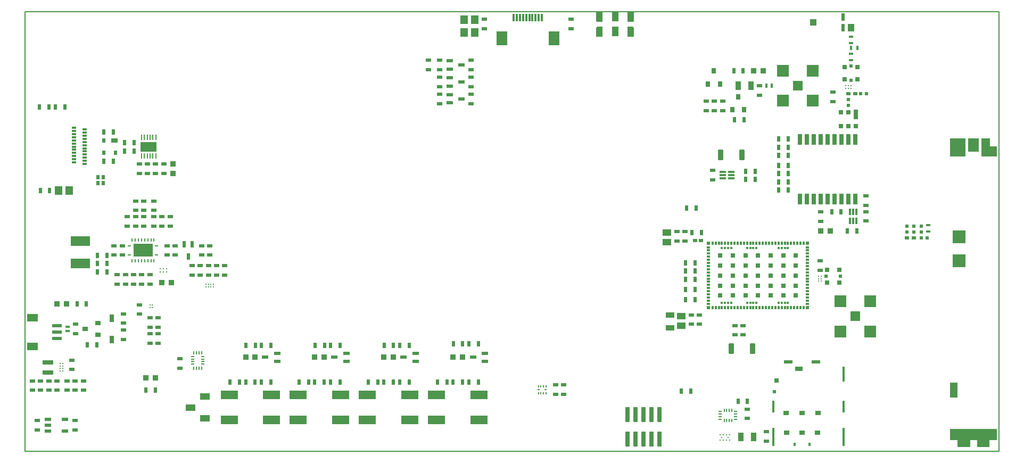
<source format=gtp>
G04*
G04 #@! TF.GenerationSoftware,Altium Limited,Altium Designer,22.0.2 (36)*
G04*
G04 Layer_Color=8421504*
%FSLAX44Y44*%
%MOMM*%
G71*
G04*
G04 #@! TF.SameCoordinates,AD71EA70-9FC7-4FF3-9A77-F54E5D2193E9*
G04*
G04*
G04 #@! TF.FilePolarity,Positive*
G04*
G01*
G75*
%ADD16C,0.1500*%
%ADD20R,1.0000X1.2500*%
%ADD21R,0.5000X1.2500*%
%ADD22R,1.0000X1.0000*%
%ADD23R,0.9000X0.6000*%
%ADD24R,0.9500X0.9500*%
%ADD25R,0.5000X0.5000*%
%ADD26R,1.0000X1.6000*%
%ADD27R,0.6000X0.9000*%
%ADD28R,2.7500X1.4000*%
%ADD29R,0.6200X0.6000*%
%ADD30R,0.4100X0.6600*%
%ADD31R,0.6600X0.4100*%
%ADD32R,0.6500X0.8000*%
%ADD33R,0.6500X1.5500*%
%ADD34R,0.5000X0.5800*%
%ADD35R,0.7500X0.8000*%
%ADD36R,0.2500X0.2500*%
%ADD37R,0.7000X0.6000*%
%ADD38R,0.6000X0.6200*%
%ADD39R,0.7000X1.8000*%
%ADD40R,0.8000X1.8000*%
%ADD41R,0.3000X1.0500*%
%ADD42R,0.4500X2.9000*%
%ADD43R,0.4500X1.9000*%
%ADD44R,0.4500X2.4000*%
%ADD45R,1.2000X0.6500*%
%ADD46R,1.4000X0.5000*%
%ADD47R,0.7500X0.7000*%
%ADD48R,0.6000X0.6000*%
%ADD49R,0.3000X0.6000*%
%ADD50R,0.9000X0.7000*%
%ADD51O,0.1800X0.6100*%
%ADD52O,0.6100X0.1800*%
%ADD53R,2.0000X2.0000*%
G04:AMPARAMS|DCode=54|XSize=0.8mm|YSize=1.7mm|CornerRadius=0.1mm|HoleSize=0mm|Usage=FLASHONLY|Rotation=0.000|XOffset=0mm|YOffset=0mm|HoleType=Round|Shape=RoundedRectangle|*
%AMROUNDEDRECTD54*
21,1,0.8000,1.5000,0,0,0.0*
21,1,0.6000,1.7000,0,0,0.0*
1,1,0.2000,0.3000,-0.7500*
1,1,0.2000,-0.3000,-0.7500*
1,1,0.2000,-0.3000,0.7500*
1,1,0.2000,0.3000,0.7500*
%
%ADD54ROUNDEDRECTD54*%
%ADD55R,0.3500X0.6500*%
%ADD56R,0.8000X0.9000*%
%ADD57R,0.9500X1.4000*%
%ADD58R,1.5700X1.5700*%
%ADD59R,1.9600X1.9600*%
%ADD60R,0.8000X0.7500*%
%ADD61R,0.5800X0.5000*%
%ADD62R,0.3000X0.5400*%
%ADD63R,1.4000X0.9500*%
%ADD64R,1.4000X1.1000*%
%ADD65R,0.8000X0.8000*%
%ADD66R,0.5400X0.5400*%
%ADD67R,0.5400X0.3000*%
%ADD68R,0.3000X0.3000*%
%ADD69R,0.6500X0.5000*%
%ADD70R,0.2500X0.2500*%
%ADD71C,0.2500*%
%ADD72R,0.7600X2.4000*%
%ADD73R,0.2000X0.4000*%
%ADD74R,0.4000X0.2000*%
%ADD75R,1.0500X0.3000*%
%ADD76R,1.6000X1.0000*%
%ADD77R,1.8000X2.2000*%
%ADD78R,0.3000X1.3000*%
%ADD79R,1.2000X1.4500*%
%ADD80R,1.0000X0.5500*%
%ADD81R,0.7000X0.3000*%
%ADD82R,0.5000X0.6500*%
%ADD83C,0.2000*%
%ADD84R,1.0000X0.6000*%
%ADD85C,0.2980*%
%ADD86R,3.1000X1.5000*%
%ADD87R,0.6000X0.2400*%
%ADD88R,0.2400X0.6000*%
%ADD89R,3.0500X2.0500*%
%ADD90R,0.6500X0.3250*%
%ADD91R,1.0000X0.7000*%
%ADD92R,0.6000X0.7000*%
%ADD93R,0.9000X0.8000*%
%ADD94R,0.5500X1.0000*%
%ADD95R,2.5500X1.6500*%
%ADD96R,0.2500X0.8500*%
%ADD97R,1.8000X1.2000*%
%ADD98R,1.5500X0.6000*%
%ADD99R,0.7500X1.2000*%
%ADD100R,0.9500X0.9500*%
%ADD101C,0.2260*%
%ADD102R,1.8000X0.8000*%
G36*
X969000Y685616D02*
X967384Y684000D01*
X959000Y684000D01*
Y700000D01*
X969000D01*
X969000Y685616D01*
D02*
G37*
G36*
X919000Y684000D02*
X910616Y684000D01*
X909000Y685616D01*
X909000Y700000D01*
X919000D01*
Y684000D01*
D02*
G37*
G36*
X967384Y676000D02*
X969000Y674384D01*
X969000Y660000D01*
X959000D01*
Y676000D01*
X967384Y676000D01*
D02*
G37*
G36*
X919000Y660000D02*
X909000D01*
X909000Y674384D01*
X910616Y676000D01*
X919000Y676000D01*
Y660000D01*
D02*
G37*
G36*
X1517538Y477000D02*
X1500537D01*
Y498000D01*
X1517538D01*
Y477000D01*
D02*
G37*
G36*
X1535537Y485500D02*
X1546372D01*
Y469000D01*
X1521537D01*
Y498000D01*
X1535537D01*
Y485500D01*
D02*
G37*
G36*
X1496537Y469000D02*
X1471537D01*
Y498000D01*
X1496537D01*
Y469000D01*
D02*
G37*
G36*
X1483537Y85500D02*
X1471537D01*
Y109500D01*
X1483537D01*
Y85500D01*
D02*
G37*
G36*
X1546537Y18000D02*
X1534537D01*
Y7000D01*
X1514537D01*
Y18000D01*
X1503537D01*
Y7000D01*
X1483537D01*
Y18000D01*
X1471537D01*
Y36000D01*
X1546537D01*
Y18000D01*
D02*
G37*
D16*
X0Y700000D02*
X1550000D01*
X0Y0D02*
Y700000D01*
X1550000D02*
X1550000Y0D01*
X0D02*
X1550000D01*
D20*
X1314000Y674000D02*
D03*
D21*
X1301500Y691500D02*
D03*
Y674000D02*
D03*
D22*
X1254000Y682750D02*
D03*
D23*
X266000Y280500D02*
D03*
Y295500D02*
D03*
X12000Y112500D02*
D03*
Y97500D02*
D03*
X157000Y219000D02*
D03*
Y204000D02*
D03*
X212000Y172500D02*
D03*
Y187500D02*
D03*
X1285624Y572000D02*
D03*
Y557000D02*
D03*
X1338000Y406500D02*
D03*
Y391500D02*
D03*
Y366600D02*
D03*
Y381600D02*
D03*
X1266000Y366500D02*
D03*
Y381500D02*
D03*
X1084000Y542500D02*
D03*
Y557500D02*
D03*
X1168750Y567000D02*
D03*
Y582000D02*
D03*
X1110000Y557500D02*
D03*
Y542500D02*
D03*
X1097000Y557500D02*
D03*
Y542500D02*
D03*
X869000Y687500D02*
D03*
Y672500D02*
D03*
X1180000Y16500D02*
D03*
Y31500D02*
D03*
X1073000Y202500D02*
D03*
Y217500D02*
D03*
X1060000Y202500D02*
D03*
Y217500D02*
D03*
X1037000Y349900D02*
D03*
Y334900D02*
D03*
X1050000Y349900D02*
D03*
Y334900D02*
D03*
X1129400Y200500D02*
D03*
Y185500D02*
D03*
X1142400D02*
D03*
Y200500D02*
D03*
X1149000Y67500D02*
D03*
Y52500D02*
D03*
X857000Y106000D02*
D03*
Y91000D02*
D03*
X844000Y106000D02*
D03*
Y91000D02*
D03*
X1094000Y432500D02*
D03*
Y447500D02*
D03*
X731000Y687500D02*
D03*
Y672500D02*
D03*
X710000Y595500D02*
D03*
Y580500D02*
D03*
Y568500D02*
D03*
Y553500D02*
D03*
X660000D02*
D03*
Y568500D02*
D03*
Y580500D02*
D03*
Y595500D02*
D03*
X246500Y132500D02*
D03*
Y147500D02*
D03*
X1264800Y303500D02*
D03*
Y288500D02*
D03*
X305000Y295500D02*
D03*
Y280500D02*
D03*
X279000Y295500D02*
D03*
Y280500D02*
D03*
X292000D02*
D03*
Y295500D02*
D03*
X318000D02*
D03*
Y280500D02*
D03*
X212000Y212500D02*
D03*
Y197500D02*
D03*
X199000D02*
D03*
Y212500D02*
D03*
X20000Y34500D02*
D03*
Y49500D02*
D03*
X80000Y34500D02*
D03*
Y49500D02*
D03*
X199250Y266500D02*
D03*
Y281500D02*
D03*
X173000D02*
D03*
Y266500D02*
D03*
X160000Y281500D02*
D03*
Y266500D02*
D03*
X147000D02*
D03*
Y281500D02*
D03*
X186000D02*
D03*
Y266500D02*
D03*
X226000Y327500D02*
D03*
Y312500D02*
D03*
X142000D02*
D03*
Y327500D02*
D03*
X155000Y312500D02*
D03*
Y327500D02*
D03*
X239000Y312500D02*
D03*
Y327500D02*
D03*
X205000Y398500D02*
D03*
Y383500D02*
D03*
X176000Y398500D02*
D03*
Y383500D02*
D03*
X189000Y398500D02*
D03*
Y383500D02*
D03*
X205000Y358500D02*
D03*
Y373500D02*
D03*
X163000Y358500D02*
D03*
Y373500D02*
D03*
X189000Y358500D02*
D03*
Y373500D02*
D03*
X176000Y358500D02*
D03*
Y373500D02*
D03*
X281000Y327500D02*
D03*
Y312500D02*
D03*
X218000Y358500D02*
D03*
Y373500D02*
D03*
X231000D02*
D03*
Y358500D02*
D03*
X710000Y607500D02*
D03*
Y622500D02*
D03*
X642000D02*
D03*
Y607500D02*
D03*
X660000Y622500D02*
D03*
Y607500D02*
D03*
X182000Y233500D02*
D03*
Y218500D02*
D03*
X294000Y312500D02*
D03*
Y327500D02*
D03*
X199000Y187500D02*
D03*
Y172500D02*
D03*
X80000Y97500D02*
D03*
Y112500D02*
D03*
X67000Y97500D02*
D03*
Y112500D02*
D03*
X25000D02*
D03*
Y97500D02*
D03*
X38000Y112500D02*
D03*
Y97500D02*
D03*
X51000Y112500D02*
D03*
Y97500D02*
D03*
X75000Y145500D02*
D03*
Y130500D02*
D03*
X93000Y112500D02*
D03*
Y97500D02*
D03*
X81000Y202500D02*
D03*
Y187500D02*
D03*
X157000Y178500D02*
D03*
Y193500D02*
D03*
X221000Y457500D02*
D03*
Y442500D02*
D03*
X182000D02*
D03*
Y457500D02*
D03*
X208000D02*
D03*
Y442500D02*
D03*
X195000Y457500D02*
D03*
Y442500D02*
D03*
D24*
X681250Y150000D02*
D03*
X696250D02*
D03*
X586250D02*
D03*
X571250D02*
D03*
X476250D02*
D03*
X461250D02*
D03*
X366250D02*
D03*
X351250D02*
D03*
X207500Y117000D02*
D03*
X192500D02*
D03*
X1281000Y351100D02*
D03*
X1266000D02*
D03*
X1159750Y606000D02*
D03*
X1174750D02*
D03*
X218000Y269000D02*
D03*
X233000D02*
D03*
X51376Y234490D02*
D03*
X66376D02*
D03*
D25*
X964000Y692000D02*
D03*
X914000D02*
D03*
X964000Y668000D02*
D03*
X914000D02*
D03*
D26*
X939000Y692000D02*
D03*
Y668000D02*
D03*
D27*
X696250Y110000D02*
D03*
X681250D02*
D03*
X207500Y98000D02*
D03*
X192500D02*
D03*
X1214500Y416000D02*
D03*
X1199500D02*
D03*
X1214500Y429000D02*
D03*
X1199500D02*
D03*
Y442000D02*
D03*
X1214500D02*
D03*
Y455000D02*
D03*
X1199500D02*
D03*
X1214500Y497000D02*
D03*
X1199500D02*
D03*
X1214500Y484000D02*
D03*
X1199500D02*
D03*
X1214500Y471000D02*
D03*
X1199500D02*
D03*
X1323500Y351000D02*
D03*
X1308500D02*
D03*
X1283500Y381000D02*
D03*
X1298500D02*
D03*
X1146500Y433000D02*
D03*
X1161500D02*
D03*
X1146500Y446000D02*
D03*
X1161500D02*
D03*
X1129250Y528000D02*
D03*
X1144250D02*
D03*
X1142750Y606000D02*
D03*
X1127750D02*
D03*
X1067500Y387000D02*
D03*
X1050900Y242000D02*
D03*
X1065900D02*
D03*
X1050900Y258000D02*
D03*
X1065900D02*
D03*
X1050900Y300000D02*
D03*
X1065900D02*
D03*
Y287000D02*
D03*
X1050900D02*
D03*
X1065900Y274000D02*
D03*
X1050900D02*
D03*
X1052500Y387000D02*
D03*
X1061500Y348400D02*
D03*
X1076500D02*
D03*
X1134400Y79528D02*
D03*
X1149400D02*
D03*
X1044500Y96000D02*
D03*
X1059500D02*
D03*
X571500Y169000D02*
D03*
X586500D02*
D03*
X461500D02*
D03*
X476500D02*
D03*
X351500D02*
D03*
X366500D02*
D03*
X24500Y415000D02*
D03*
X39500D02*
D03*
X38500Y548000D02*
D03*
X23500D02*
D03*
X63500D02*
D03*
X48500D02*
D03*
X501250Y110000D02*
D03*
X486250D02*
D03*
X366250D02*
D03*
X351250D02*
D03*
X476250D02*
D03*
X461250D02*
D03*
X436250D02*
D03*
X451250D02*
D03*
X391250D02*
D03*
X376250D02*
D03*
X326250D02*
D03*
X341250D02*
D03*
X611250D02*
D03*
X596250D02*
D03*
X586250D02*
D03*
X571250D02*
D03*
X596500Y169000D02*
D03*
X611500D02*
D03*
X546250Y110000D02*
D03*
X561250D02*
D03*
X486500Y169000D02*
D03*
X501500D02*
D03*
X376500D02*
D03*
X391500D02*
D03*
X158500Y478000D02*
D03*
X173500D02*
D03*
X130500Y312000D02*
D03*
X115500D02*
D03*
X130500Y299000D02*
D03*
X115500D02*
D03*
X130500Y286000D02*
D03*
X115500D02*
D03*
X671250Y110000D02*
D03*
X656250D02*
D03*
X706250D02*
D03*
X721250D02*
D03*
X696500Y171000D02*
D03*
X681500D02*
D03*
X721500D02*
D03*
X706500D02*
D03*
X82876Y234510D02*
D03*
X97876D02*
D03*
X114500Y170000D02*
D03*
X99500D02*
D03*
X173500Y491000D02*
D03*
X158500D02*
D03*
X125500Y508000D02*
D03*
X140500D02*
D03*
X125500Y462000D02*
D03*
X140500D02*
D03*
D28*
X392500Y50000D02*
D03*
Y90000D02*
D03*
X325000Y50000D02*
D03*
Y90000D02*
D03*
X722500Y50000D02*
D03*
Y90000D02*
D03*
X655000Y50000D02*
D03*
Y90000D02*
D03*
X545000D02*
D03*
Y50000D02*
D03*
X612500Y90000D02*
D03*
Y50000D02*
D03*
X502500Y50000D02*
D03*
Y90000D02*
D03*
X435000Y50000D02*
D03*
Y90000D02*
D03*
D29*
X1310000Y550900D02*
D03*
Y560100D02*
D03*
X1426000Y358600D02*
D03*
Y349400D02*
D03*
X1403000D02*
D03*
Y358600D02*
D03*
X1414000Y349400D02*
D03*
Y358600D02*
D03*
D30*
X1324050Y642000D02*
D03*
X1313950D02*
D03*
D31*
X1314000Y649950D02*
D03*
Y660050D02*
D03*
Y633050D02*
D03*
Y622950D02*
D03*
X1437000Y349700D02*
D03*
Y359800D02*
D03*
D32*
X1322000Y517250D02*
D03*
X1310000D02*
D03*
X1298000D02*
D03*
Y539750D02*
D03*
X1310000D02*
D03*
D33*
X1322000Y536000D02*
D03*
D34*
X1314000Y613600D02*
D03*
Y590400D02*
D03*
D35*
X1324250Y611500D02*
D03*
X1303750D02*
D03*
Y592500D02*
D03*
X1324250D02*
D03*
D36*
X1314000Y582000D02*
D03*
X1310000D02*
D03*
X1306000D02*
D03*
Y578000D02*
D03*
X1310000D02*
D03*
X1314000D02*
D03*
D37*
X1321000Y569500D02*
D03*
X1310000D02*
D03*
X1403000Y340000D02*
D03*
X1414000D02*
D03*
D38*
X1338600Y569500D02*
D03*
X1329400D02*
D03*
X1435600Y340000D02*
D03*
X1426400D02*
D03*
D39*
X1233000Y401500D02*
D03*
X1321000D02*
D03*
Y496500D02*
D03*
X1233000D02*
D03*
D40*
X1244000Y401500D02*
D03*
X1255000D02*
D03*
X1266000D02*
D03*
X1277000D02*
D03*
X1288000D02*
D03*
X1299000D02*
D03*
X1310000D02*
D03*
Y496500D02*
D03*
X1299000D02*
D03*
X1288000D02*
D03*
X1277000D02*
D03*
X1266000D02*
D03*
X1255000D02*
D03*
X1244000D02*
D03*
D41*
X1323000Y367000D02*
D03*
X1318000D02*
D03*
X1313000D02*
D03*
Y381000D02*
D03*
X1318000D02*
D03*
X1323000D02*
D03*
D42*
X1302200Y23000D02*
D03*
X1190450D02*
D03*
D43*
X1302200Y71500D02*
D03*
X1190450D02*
D03*
D44*
X1302200Y123000D02*
D03*
D45*
X1230900Y131750D02*
D03*
D46*
X1258400Y142500D02*
D03*
X1214400D02*
D03*
D47*
X1195450Y113000D02*
D03*
D48*
X1192700Y95000D02*
D03*
D49*
X1248600Y11500D02*
D03*
X1224200D02*
D03*
D50*
X1260800Y30000D02*
D03*
X1236400D02*
D03*
X1212000D02*
D03*
X1261800Y61700D02*
D03*
X1236400D02*
D03*
X1211000D02*
D03*
D51*
X1124400Y65778D02*
D03*
X1120400D02*
D03*
X1116400D02*
D03*
X1112400Y65778D02*
D03*
Y49278D02*
D03*
X1116400D02*
D03*
X1120400D02*
D03*
X1124400D02*
D03*
X281000Y132750D02*
D03*
X277000D02*
D03*
X273000D02*
D03*
X269000D02*
D03*
Y157250D02*
D03*
X273000D02*
D03*
X277000D02*
D03*
X281000D02*
D03*
D52*
X1106150Y63528D02*
D03*
Y59528D02*
D03*
Y55528D02*
D03*
Y51528D02*
D03*
X1130650D02*
D03*
Y55528D02*
D03*
Y59528D02*
D03*
Y63528D02*
D03*
X266750Y139000D02*
D03*
Y143000D02*
D03*
Y147000D02*
D03*
Y151000D02*
D03*
X283250D02*
D03*
X283250Y147000D02*
D03*
Y143000D02*
D03*
Y139000D02*
D03*
D53*
X1486140Y303800D02*
D03*
Y341900D02*
D03*
D54*
X1157400Y164000D02*
D03*
X1123400D02*
D03*
X1107000Y472000D02*
D03*
X1141000D02*
D03*
D55*
X1179500Y582000D02*
D03*
X1188000D02*
D03*
D56*
X1125250Y543500D02*
D03*
X1144250D02*
D03*
X1134750Y564500D02*
D03*
X1086750Y584500D02*
D03*
X1105750D02*
D03*
X1096250Y605500D02*
D03*
D57*
X1135150Y582000D02*
D03*
X1155150D02*
D03*
X1159000Y23000D02*
D03*
X1139000D02*
D03*
D58*
X1229750Y582000D02*
D03*
X1321000Y215000D02*
D03*
D59*
X1206000Y605750D02*
D03*
X1253500D02*
D03*
X1206000Y558250D02*
D03*
X1253500D02*
D03*
X1297250Y238750D02*
D03*
X1344750D02*
D03*
X1297250Y191250D02*
D03*
X1344750D02*
D03*
D60*
X1276500Y268750D02*
D03*
Y289250D02*
D03*
X1295500D02*
D03*
Y268750D02*
D03*
D61*
X1274400Y279000D02*
D03*
X1297600D02*
D03*
D62*
X1138900Y331200D02*
D03*
X1098900D02*
D03*
X1093900D02*
D03*
X1143900Y228800D02*
D03*
X1093900D02*
D03*
X1103900Y331200D02*
D03*
X1113900D02*
D03*
X1123900D02*
D03*
X1128900D02*
D03*
X1133900D02*
D03*
X1143900D02*
D03*
X1148900D02*
D03*
X1153900D02*
D03*
X1158900D02*
D03*
X1163900D02*
D03*
X1168900D02*
D03*
X1173900D02*
D03*
X1178900D02*
D03*
X1183900D02*
D03*
X1188900D02*
D03*
X1193900D02*
D03*
X1198900D02*
D03*
X1203900D02*
D03*
X1208900D02*
D03*
X1213900D02*
D03*
X1218900D02*
D03*
X1223900D02*
D03*
X1228900D02*
D03*
X1233900D02*
D03*
X1238900D02*
D03*
X1233900Y228800D02*
D03*
X1228900D02*
D03*
X1223900D02*
D03*
X1218900D02*
D03*
X1213900D02*
D03*
X1208900D02*
D03*
X1203900D02*
D03*
X1198900D02*
D03*
X1193900D02*
D03*
X1188900D02*
D03*
X1183900D02*
D03*
X1178900D02*
D03*
X1173900D02*
D03*
X1168900D02*
D03*
X1163900D02*
D03*
X1158900D02*
D03*
X1153900D02*
D03*
X1148900D02*
D03*
X1138900D02*
D03*
X1133900D02*
D03*
X1128900D02*
D03*
X1123900D02*
D03*
X1118900D02*
D03*
X1113900D02*
D03*
X1108900D02*
D03*
X1103900D02*
D03*
X1098900D02*
D03*
X1238900D02*
D03*
X1108900Y331200D02*
D03*
X1118900D02*
D03*
D63*
X1026000Y217000D02*
D03*
Y197000D02*
D03*
D64*
X1044400Y215500D02*
D03*
Y200500D02*
D03*
X1021000Y332900D02*
D03*
Y347900D02*
D03*
D65*
X1106400Y312000D02*
D03*
Y296000D02*
D03*
Y264000D02*
D03*
Y280000D02*
D03*
Y248000D02*
D03*
X1126400D02*
D03*
Y280000D02*
D03*
Y264000D02*
D03*
Y296000D02*
D03*
Y312000D02*
D03*
X1146400D02*
D03*
Y296000D02*
D03*
Y264000D02*
D03*
Y280000D02*
D03*
Y248000D02*
D03*
X1186400Y312000D02*
D03*
Y296000D02*
D03*
Y264000D02*
D03*
Y280000D02*
D03*
Y248000D02*
D03*
X1166400Y312000D02*
D03*
Y296000D02*
D03*
Y264000D02*
D03*
Y280000D02*
D03*
Y248000D02*
D03*
X1206400Y312000D02*
D03*
Y296000D02*
D03*
Y264000D02*
D03*
Y280000D02*
D03*
Y248000D02*
D03*
X1226400Y296000D02*
D03*
Y264000D02*
D03*
Y280000D02*
D03*
Y248000D02*
D03*
Y312000D02*
D03*
D66*
X1087700Y331200D02*
D03*
X1245100D02*
D03*
X1087700Y228800D02*
D03*
X1245100D02*
D03*
D67*
Y325000D02*
D03*
Y320000D02*
D03*
Y315000D02*
D03*
Y310000D02*
D03*
Y305000D02*
D03*
Y300000D02*
D03*
Y295000D02*
D03*
Y290000D02*
D03*
Y285000D02*
D03*
Y280000D02*
D03*
Y275000D02*
D03*
Y265000D02*
D03*
Y260000D02*
D03*
Y255000D02*
D03*
Y250000D02*
D03*
Y245000D02*
D03*
Y240000D02*
D03*
Y235000D02*
D03*
X1087700Y240000D02*
D03*
Y245000D02*
D03*
Y250000D02*
D03*
Y255000D02*
D03*
Y265000D02*
D03*
Y270000D02*
D03*
Y275000D02*
D03*
Y280000D02*
D03*
Y285000D02*
D03*
Y290000D02*
D03*
Y295000D02*
D03*
Y300000D02*
D03*
Y305000D02*
D03*
Y310000D02*
D03*
Y320000D02*
D03*
Y325000D02*
D03*
X1245100Y270000D02*
D03*
X1087700Y235000D02*
D03*
Y260000D02*
D03*
Y315000D02*
D03*
D68*
X1108900Y323500D02*
D03*
X1118900D02*
D03*
X1113900D02*
D03*
X1123900D02*
D03*
X1163900D02*
D03*
X1153900D02*
D03*
X1158900D02*
D03*
X1148900D02*
D03*
X1198900D02*
D03*
X1213900D02*
D03*
X1203900D02*
D03*
X1208900D02*
D03*
X1108900Y236500D02*
D03*
X1118900D02*
D03*
X1113900D02*
D03*
X1123900D02*
D03*
X1163900D02*
D03*
X1153900D02*
D03*
X1158900D02*
D03*
X1148900D02*
D03*
X1198900D02*
D03*
X1213900D02*
D03*
X1203900D02*
D03*
X1208900D02*
D03*
D69*
X1066250Y335400D02*
D03*
X1075750D02*
D03*
D70*
X1267000Y271000D02*
D03*
Y275000D02*
D03*
Y279000D02*
D03*
X1263000D02*
D03*
Y275000D02*
D03*
Y271000D02*
D03*
D71*
X1120900Y18178D02*
D03*
X1115900D02*
D03*
X1110900D02*
D03*
X1105900D02*
D03*
X1118400Y22528D02*
D03*
X1108400D02*
D03*
X1120900Y26878D02*
D03*
X1115900D02*
D03*
X1110900D02*
D03*
X1105900D02*
D03*
D72*
X1009300Y19528D02*
D03*
X996600D02*
D03*
X983900D02*
D03*
X971200D02*
D03*
X958500D02*
D03*
X1009300Y58528D02*
D03*
X996600D02*
D03*
X983900D02*
D03*
X971200D02*
D03*
X958500D02*
D03*
D73*
X817000Y93000D02*
D03*
X821000D02*
D03*
X825000D02*
D03*
X829000D02*
D03*
Y104000D02*
D03*
X825000D02*
D03*
X821000D02*
D03*
X817000D02*
D03*
D74*
X828500Y98500D02*
D03*
X817500D02*
D03*
D75*
X1124000Y435000D02*
D03*
Y440000D02*
D03*
Y445000D02*
D03*
X1110000D02*
D03*
Y440000D02*
D03*
Y435000D02*
D03*
D76*
X263500Y70000D02*
D03*
X286500Y52500D02*
D03*
Y87500D02*
D03*
D77*
X758500Y657500D02*
D03*
X841500D02*
D03*
D78*
X777500Y690000D02*
D03*
X782500D02*
D03*
X787500D02*
D03*
X792500D02*
D03*
X797500D02*
D03*
X802500D02*
D03*
X807500D02*
D03*
X812500D02*
D03*
X817500D02*
D03*
X822500D02*
D03*
D79*
X698500Y667000D02*
D03*
X715500D02*
D03*
Y687000D02*
D03*
X698500D02*
D03*
X70500Y415000D02*
D03*
X53500D02*
D03*
D80*
X694500Y588000D02*
D03*
X675500Y581500D02*
D03*
Y594500D02*
D03*
X694500Y561000D02*
D03*
X675500Y554500D02*
D03*
Y567500D02*
D03*
X602500Y150000D02*
D03*
X621500Y156500D02*
D03*
Y143500D02*
D03*
X492500Y150000D02*
D03*
X511500Y156500D02*
D03*
Y143500D02*
D03*
X382500Y150000D02*
D03*
X401500Y156500D02*
D03*
Y143500D02*
D03*
X732000D02*
D03*
Y156500D02*
D03*
X713000Y150000D02*
D03*
X675500Y621500D02*
D03*
Y608500D02*
D03*
X694500Y615000D02*
D03*
D81*
X78250Y515000D02*
D03*
Y510000D02*
D03*
Y505000D02*
D03*
Y500000D02*
D03*
Y495000D02*
D03*
Y490000D02*
D03*
Y485000D02*
D03*
Y480000D02*
D03*
Y475000D02*
D03*
Y470000D02*
D03*
Y465000D02*
D03*
Y460000D02*
D03*
X95250Y457500D02*
D03*
Y462500D02*
D03*
Y467500D02*
D03*
Y472500D02*
D03*
Y477500D02*
D03*
Y482500D02*
D03*
Y487500D02*
D03*
Y492500D02*
D03*
Y497500D02*
D03*
Y502500D02*
D03*
Y507500D02*
D03*
Y512500D02*
D03*
D82*
X116000Y436500D02*
D03*
Y427000D02*
D03*
X125000D02*
D03*
Y436500D02*
D03*
D83*
X300000Y266000D02*
D03*
Y262000D02*
D03*
X296000Y266000D02*
D03*
Y262000D02*
D03*
X292000Y266000D02*
D03*
Y262000D02*
D03*
X288000Y266000D02*
D03*
Y262000D02*
D03*
X56000Y140000D02*
D03*
X60000D02*
D03*
X56000Y136000D02*
D03*
X60000D02*
D03*
X56000Y132000D02*
D03*
X60000D02*
D03*
X56000Y128000D02*
D03*
X60000D02*
D03*
D84*
X36250Y51500D02*
D03*
Y42000D02*
D03*
Y32500D02*
D03*
X63750D02*
D03*
Y51500D02*
D03*
D85*
X225575Y290500D02*
D03*
Y285500D02*
D03*
X220575Y290500D02*
D03*
Y285500D02*
D03*
X215575Y290500D02*
D03*
Y285500D02*
D03*
D86*
X88500Y299500D02*
D03*
Y334500D02*
D03*
D87*
X166500Y312500D02*
D03*
X209500D02*
D03*
Y327500D02*
D03*
X166500D02*
D03*
D88*
X170500Y303500D02*
D03*
X175500D02*
D03*
X180500D02*
D03*
X185500D02*
D03*
X190500D02*
D03*
X195500D02*
D03*
X200500D02*
D03*
X205500D02*
D03*
Y336500D02*
D03*
X200500D02*
D03*
X195500D02*
D03*
X190500D02*
D03*
X185500D02*
D03*
X180500D02*
D03*
X175500D02*
D03*
X170500D02*
D03*
D89*
X188000Y320000D02*
D03*
D90*
X68000Y198250D02*
D03*
Y191750D02*
D03*
D91*
X142500Y495000D02*
D03*
D92*
X125500D02*
D03*
Y475000D02*
D03*
X144500D02*
D03*
D93*
X116500Y185500D02*
D03*
Y204500D02*
D03*
X95500Y195000D02*
D03*
D94*
X266500Y329500D02*
D03*
X253500D02*
D03*
X260000Y310500D02*
D03*
D95*
X197000Y485000D02*
D03*
D96*
X185750Y499500D02*
D03*
X190250D02*
D03*
X194750D02*
D03*
X199250D02*
D03*
X203750D02*
D03*
X208250D02*
D03*
Y470500D02*
D03*
X203750D02*
D03*
X199250D02*
D03*
X194750D02*
D03*
X190250D02*
D03*
X185750D02*
D03*
D97*
X12130Y167000D02*
D03*
Y213000D02*
D03*
D98*
X50880Y180000D02*
D03*
Y190000D02*
D03*
Y200000D02*
D03*
D99*
X138500Y212000D02*
D03*
Y178000D02*
D03*
D100*
X236000Y457500D02*
D03*
Y442500D02*
D03*
D101*
X199000Y229000D02*
D03*
Y233000D02*
D03*
X203000Y229000D02*
D03*
Y233000D02*
D03*
D102*
X37000Y126000D02*
D03*
Y142000D02*
D03*
M02*

</source>
